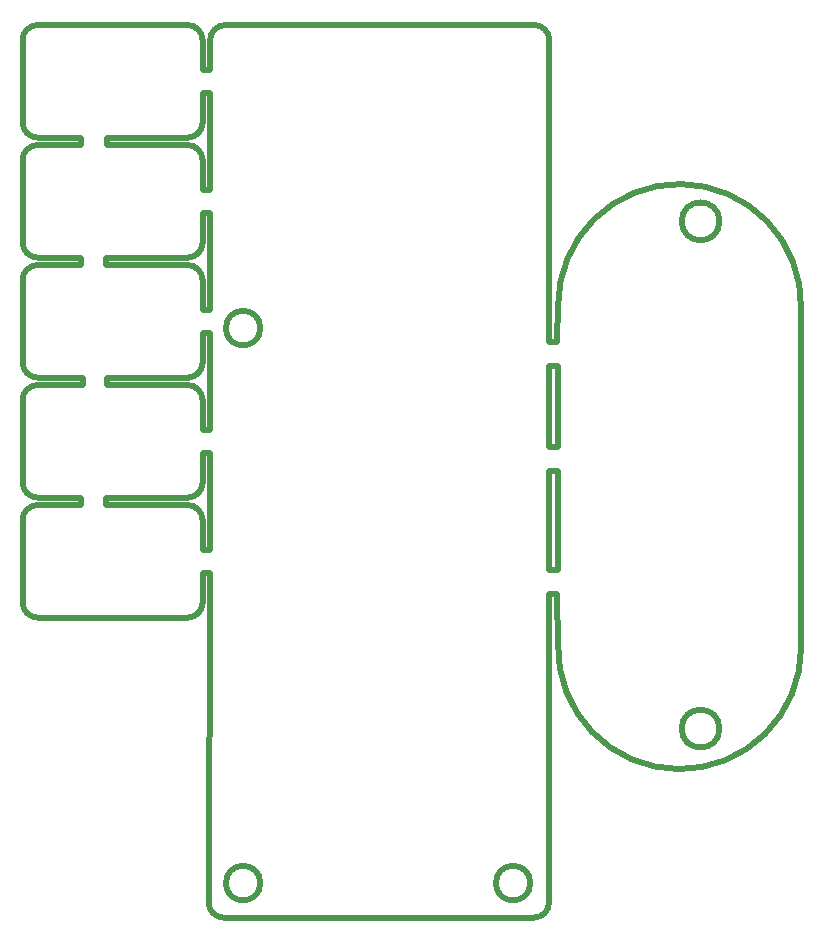
<source format=gbr>
%TF.GenerationSoftware,KiCad,Pcbnew,5.1.9+dfsg1-1*%
%TF.CreationDate,2022-03-08T22:31:31+00:00*%
%TF.ProjectId,guante metaversal,6775616e-7465-4206-9d65-746176657273,rev?*%
%TF.SameCoordinates,Original*%
%TF.FileFunction,Profile,NP*%
%FSLAX46Y46*%
G04 Gerber Fmt 4.6, Leading zero omitted, Abs format (unit mm)*
G04 Created by KiCad (PCBNEW 5.1.9+dfsg1-1) date 2022-03-08 22:31:31*
%MOMM*%
%LPD*%
G01*
G04 APERTURE LIST*
%TA.AperFunction,Profile*%
%ADD10C,0.500000*%
%TD*%
G04 APERTURE END LIST*
D10*
X167894000Y-122936000D02*
X167894000Y-114617500D01*
X168656000Y-114617500D02*
X168656000Y-122936000D01*
X168656000Y-112585500D02*
X167894000Y-112585500D01*
X168656000Y-114617500D02*
X167894000Y-114617500D01*
X168529000Y-125031500D02*
X168656000Y-129285999D01*
X189233135Y-129540001D02*
G75*
G02*
X168656000Y-129285999I-10290135J1D01*
G01*
X168652865Y-100584000D02*
G75*
G02*
X189230000Y-100838000I10290135J0D01*
G01*
X167894000Y-88773000D02*
X167906700Y-78092300D01*
X168605200Y-103632000D02*
X168656000Y-100457000D01*
X143446500Y-102489000D02*
G75*
G03*
X143446500Y-102489000I-1460500J0D01*
G01*
X166306500Y-149479000D02*
G75*
G03*
X166306500Y-149479000I-1460500J0D01*
G01*
X143446500Y-149479000D02*
G75*
G03*
X143446500Y-149479000I-1460500J0D01*
G01*
X182321000Y-136398000D02*
G75*
G03*
X182321000Y-136398000I-1600000J0D01*
G01*
X182321000Y-93450000D02*
G75*
G03*
X182321000Y-93450000I-1600000J0D01*
G01*
X189230000Y-100838000D02*
X189233135Y-129540001D01*
X167906700Y-125031500D02*
X167906700Y-142697200D01*
X168656000Y-105664000D02*
X168656000Y-112585500D01*
X167906700Y-105664000D02*
X167894000Y-112585500D01*
X167906700Y-151079200D02*
X167906700Y-142697200D01*
X168656000Y-105664000D02*
X167894000Y-105664000D01*
X168605200Y-103632000D02*
X167894000Y-103632000D01*
X167894000Y-88762840D02*
X167894000Y-103632000D01*
X168529000Y-125031500D02*
X167894000Y-125031500D01*
X168656000Y-122936000D02*
X167894000Y-122936000D01*
X139192000Y-123190000D02*
X139065000Y-151130000D01*
X124587000Y-86360000D02*
X128270000Y-86360000D01*
X128270000Y-86995000D02*
X124587000Y-86995000D01*
X128270000Y-86995000D02*
X128270000Y-86360000D01*
X137287000Y-86360000D02*
X130429000Y-86360000D01*
X137160000Y-86995000D02*
X130429000Y-86995000D01*
X130429000Y-86995000D02*
X130429000Y-86360000D01*
X124587000Y-96520000D02*
X128270000Y-96520000D01*
X128270000Y-97155000D02*
X124587000Y-97155000D01*
X128270000Y-97155000D02*
X128270000Y-96520000D01*
X137287000Y-96520000D02*
X130365500Y-96520000D01*
X137160000Y-97155000D02*
X130365500Y-97155000D01*
X130365500Y-97155000D02*
X130365500Y-96520000D01*
X124587000Y-106680000D02*
X128397000Y-106680000D01*
X128397000Y-107315000D02*
X124587000Y-107315000D01*
X128397000Y-107315000D02*
X128397000Y-106680000D01*
X137414000Y-106680000D02*
X130429000Y-106680000D01*
X137287000Y-107315000D02*
X130429000Y-107315000D01*
X130429000Y-107315000D02*
X130429000Y-106680000D01*
X130365500Y-117475000D02*
X130365500Y-116840000D01*
X137160000Y-117475000D02*
X130365500Y-117475000D01*
X137287000Y-116840000D02*
X130365500Y-116840000D01*
X128270000Y-117475000D02*
X128270000Y-116840000D01*
X140335000Y-152400000D02*
G75*
G02*
X139065000Y-151130000I0J1270000D01*
G01*
X137287000Y-86995000D02*
G75*
G02*
X138557000Y-88265000I0J-1270000D01*
G01*
X139192000Y-92710000D02*
X138557000Y-92710000D01*
X138557000Y-92710000D02*
X138557000Y-95250000D01*
X138557000Y-90805000D02*
X138557000Y-88265000D01*
X138557000Y-95250000D02*
G75*
G02*
X137287000Y-96520000I-1270000J0D01*
G01*
X139192000Y-90805000D02*
X138557000Y-90805000D01*
X123317000Y-88265000D02*
G75*
G02*
X124587000Y-86995000I1270000J0D01*
G01*
X123317000Y-88265000D02*
X123317000Y-95250000D01*
X124587000Y-96520000D02*
G75*
G02*
X123317000Y-95250000I0J1270000D01*
G01*
X139192000Y-100965000D02*
X138557000Y-100965000D01*
X123317000Y-98425000D02*
X123317000Y-105410000D01*
X124587000Y-106680000D02*
G75*
G02*
X123317000Y-105410000I0J1270000D01*
G01*
X138557000Y-105410000D02*
G75*
G02*
X137287000Y-106680000I-1270000J0D01*
G01*
X123317000Y-98425000D02*
G75*
G02*
X124587000Y-97155000I1270000J0D01*
G01*
X138557000Y-100965000D02*
X138557000Y-98425000D01*
X139192000Y-102870000D02*
X138557000Y-102870000D01*
X137287000Y-97155000D02*
G75*
G02*
X138557000Y-98425000I0J-1270000D01*
G01*
X138557000Y-102870000D02*
X138557000Y-105410000D01*
X138557000Y-123190000D02*
X138557000Y-125730000D01*
X137287000Y-117475000D02*
G75*
G02*
X138557000Y-118745000I0J-1270000D01*
G01*
X139192000Y-123190000D02*
X138557000Y-123190000D01*
X128270000Y-117475000D02*
X124587000Y-117475000D01*
X138557000Y-121285000D02*
X138557000Y-118745000D01*
X123317000Y-118745000D02*
G75*
G02*
X124587000Y-117475000I1270000J0D01*
G01*
X138557000Y-125730000D02*
G75*
G02*
X137287000Y-127000000I-1270000J0D01*
G01*
X124587000Y-127000000D02*
X137287000Y-127000000D01*
X124587000Y-127000000D02*
G75*
G02*
X123317000Y-125730000I0J1270000D01*
G01*
X123317000Y-118745000D02*
X123317000Y-125730000D01*
X139192000Y-121285000D02*
X138557000Y-121285000D01*
X124587000Y-116840000D02*
X128270000Y-116840000D01*
X124587000Y-116840000D02*
G75*
G02*
X123317000Y-115570000I0J1270000D01*
G01*
X123317000Y-108585000D02*
X123317000Y-115570000D01*
X123317000Y-108585000D02*
G75*
G02*
X124587000Y-107315000I1270000J0D01*
G01*
X139192000Y-111125000D02*
X138557000Y-111125000D01*
X138557000Y-115570000D02*
G75*
G02*
X137287000Y-116840000I-1270000J0D01*
G01*
X138557000Y-111125000D02*
X138557000Y-108585000D01*
X138557000Y-113030000D02*
X138557000Y-115570000D01*
X139192000Y-113030000D02*
X138557000Y-113030000D01*
X137287000Y-107315000D02*
G75*
G02*
X138557000Y-108585000I0J-1270000D01*
G01*
X139192000Y-113030000D02*
X139192000Y-121285000D01*
X139192000Y-102870000D02*
X139192000Y-111125000D01*
X139192000Y-92710000D02*
X139192000Y-100965000D01*
X138557000Y-85090000D02*
G75*
G02*
X137287000Y-86360000I-1270000J0D01*
G01*
X124587000Y-86360000D02*
G75*
G02*
X123317000Y-85090000I0J1270000D01*
G01*
X123317000Y-78105000D02*
X123317000Y-85090000D01*
X123317000Y-78105000D02*
G75*
G02*
X124587000Y-76835000I1270000J0D01*
G01*
X139192000Y-82550000D02*
X138557000Y-82550000D01*
X139192000Y-82550000D02*
X139192000Y-90805000D01*
X138557000Y-82550000D02*
X138557000Y-85090000D01*
X137287000Y-76835000D02*
X124587000Y-76835000D01*
X138557000Y-80645000D02*
X138557000Y-78105000D01*
X139192000Y-80645000D02*
X138557000Y-80645000D01*
X139192000Y-78105000D02*
X139192000Y-80645000D01*
X137287000Y-76835000D02*
G75*
G02*
X138557000Y-78105000I0J-1270000D01*
G01*
X139192000Y-78105000D02*
G75*
G02*
X140462000Y-76835000I1270000J0D01*
G01*
X166636700Y-76822300D02*
G75*
G02*
X167906700Y-78092300I0J-1270000D01*
G01*
X167894000Y-151130000D02*
G75*
G02*
X166624000Y-152400000I-1270000J0D01*
G01*
X166649400Y-76822300D02*
X140462000Y-76835000D01*
X140335000Y-152400000D02*
X166624000Y-152400000D01*
M02*

</source>
